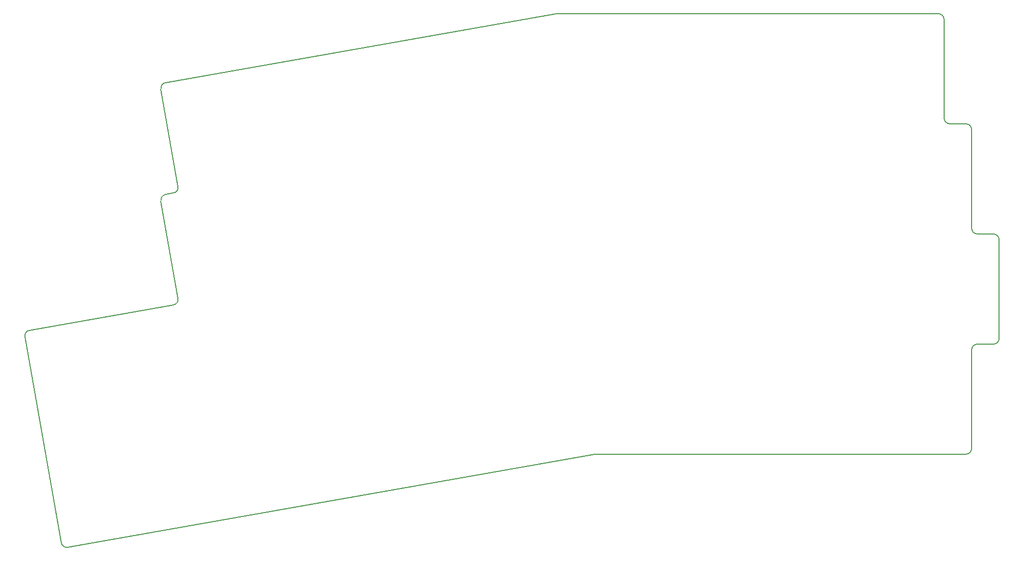
<source format=gbr>
%TF.GenerationSoftware,KiCad,Pcbnew,7.0.6*%
%TF.CreationDate,2024-02-11T12:35:39+01:00*%
%TF.ProjectId,chocobanan_right,63686f63-6f62-4616-9e61-6e5f72696768,rev?*%
%TF.SameCoordinates,Original*%
%TF.FileFunction,Profile,NP*%
%FSLAX46Y46*%
G04 Gerber Fmt 4.6, Leading zero omitted, Abs format (unit mm)*
G04 Created by KiCad (PCBNEW 7.0.6) date 2024-02-11 12:35:39*
%MOMM*%
%LPD*%
G01*
G04 APERTURE LIST*
%TA.AperFunction,Profile*%
%ADD10C,0.150000*%
%TD*%
G04 APERTURE END LIST*
D10*
X-138988629Y-45230753D02*
G75*
G03*
X-139799789Y-46389209I173648J-984808D01*
G01*
X28575000Y-46625000D02*
X28575000Y-29575000D01*
X19050000Y-8525000D02*
G75*
G03*
X20050000Y-9525000I1000000J0D01*
G01*
X19050000Y8525000D02*
G75*
G03*
X18050000Y9525000I-1000000J0D01*
G01*
X-47774988Y9525000D02*
G75*
G03*
X-47948636Y9509808I-6J-999943D01*
G01*
X19050000Y-8525000D02*
X19050000Y8525000D01*
X-115465541Y-21739121D02*
X-114127159Y-21503128D01*
X-41288348Y-66690194D02*
X-132372623Y-82751915D01*
X27575000Y-47625000D02*
G75*
G03*
X28575000Y-46625000I0J1000000D01*
G01*
X-113315999Y-20344672D02*
X-116276701Y-3553700D01*
X-133531091Y-81940757D02*
X-139799789Y-46389209D01*
X-133531091Y-81940757D02*
G75*
G03*
X-132372623Y-82751914I984807J173647D01*
G01*
X-115465541Y-21739121D02*
G75*
G03*
X-116276701Y-22897577I173648J-984808D01*
G01*
X22812500Y-9525000D02*
X20050000Y-9525000D01*
X23812500Y-10525000D02*
G75*
G03*
X22812500Y-9525000I-1000000J0D01*
G01*
X-47948636Y9509808D02*
X-115465541Y-2395244D01*
X-114127159Y-21503128D02*
G75*
G03*
X-113315999Y-20344672I-173648J984808D01*
G01*
X24812500Y-47625000D02*
G75*
G03*
X23812500Y-48625000I0J-1000000D01*
G01*
X23812500Y-27575000D02*
X23812500Y-10525000D01*
X28575000Y-29575000D02*
G75*
G03*
X27575000Y-28575000I-1000000J0D01*
G01*
X-114127159Y-40847005D02*
G75*
G03*
X-113315999Y-39688549I-173648J984808D01*
G01*
X-115465541Y-2395244D02*
G75*
G03*
X-116276701Y-3553700I173648J-984808D01*
G01*
X22812500Y-66675000D02*
G75*
G03*
X23812500Y-65675000I0J1000000D01*
G01*
X18050000Y9525000D02*
X-47774988Y9525000D01*
X27575000Y-28575000D02*
X24812500Y-28575000D01*
X-138988629Y-45230753D02*
X-114127159Y-40847005D01*
X23812500Y-65675000D02*
X23812500Y-48625000D01*
X24812500Y-47625000D02*
X27575000Y-47625000D01*
X-113315999Y-39688549D02*
X-116276701Y-22897577D01*
X23812500Y-27575000D02*
G75*
G03*
X24812500Y-28575000I1000000J0D01*
G01*
X-41114688Y-66675001D02*
G75*
G03*
X-41288348Y-66690195I5J-1000081D01*
G01*
X22812500Y-66675000D02*
X-41114688Y-66675000D01*
M02*

</source>
